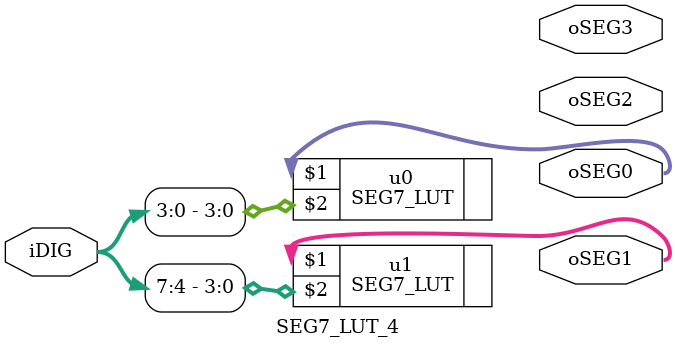
<source format=v>
module SEG7_LUT_4 (	oSEG0,oSEG1,oSEG2,oSEG3,iDIG );
input	[7:0]	iDIG;
output	[6:0]	oSEG0,oSEG1,oSEG2,oSEG3;

SEG7_LUT	u0	(	oSEG0,iDIG[3:0]		);
SEG7_LUT	u1	(	oSEG1,iDIG[7:4]		);
//SEG7_LUT	u2	(	oSEG2,iDIG[11:8]	);
//SEG7_LUT	u3	(	oSEG3,iDIG[15:12]	);

endmodule
</source>
